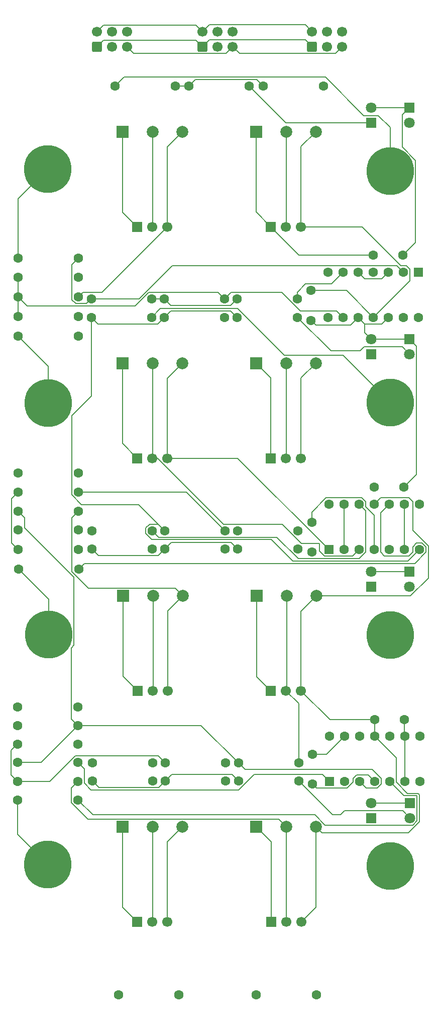
<source format=gbr>
%TF.GenerationSoftware,KiCad,Pcbnew,9.0.6*%
%TF.CreationDate,2026-01-20T20:27:34+11:00*%
%TF.ProjectId,attenuverter,61747465-6e75-4766-9572-7465722e6b69,rev?*%
%TF.SameCoordinates,Original*%
%TF.FileFunction,Copper,L1,Top*%
%TF.FilePolarity,Positive*%
%FSLAX46Y46*%
G04 Gerber Fmt 4.6, Leading zero omitted, Abs format (unit mm)*
G04 Created by KiCad (PCBNEW 9.0.6) date 2026-01-20 20:27:34*
%MOMM*%
%LPD*%
G01*
G04 APERTURE LIST*
G04 Aperture macros list*
%AMRoundRect*
0 Rectangle with rounded corners*
0 $1 Rounding radius*
0 $2 $3 $4 $5 $6 $7 $8 $9 X,Y pos of 4 corners*
0 Add a 4 corners polygon primitive as box body*
4,1,4,$2,$3,$4,$5,$6,$7,$8,$9,$2,$3,0*
0 Add four circle primitives for the rounded corners*
1,1,$1+$1,$2,$3*
1,1,$1+$1,$4,$5*
1,1,$1+$1,$6,$7*
1,1,$1+$1,$8,$9*
0 Add four rect primitives between the rounded corners*
20,1,$1+$1,$2,$3,$4,$5,0*
20,1,$1+$1,$4,$5,$6,$7,0*
20,1,$1+$1,$6,$7,$8,$9,0*
20,1,$1+$1,$8,$9,$2,$3,0*%
G04 Aperture macros list end*
%TA.AperFunction,ComponentPad*%
%ADD10C,1.600000*%
%TD*%
%TA.AperFunction,ComponentPad*%
%ADD11RoundRect,0.250000X-0.550000X0.550000X-0.550000X-0.550000X0.550000X-0.550000X0.550000X0.550000X0*%
%TD*%
%TA.AperFunction,ComponentPad*%
%ADD12R,2.000000X2.000000*%
%TD*%
%TA.AperFunction,ComponentPad*%
%ADD13C,2.000000*%
%TD*%
%TA.AperFunction,ComponentPad*%
%ADD14R,1.800000X1.800000*%
%TD*%
%TA.AperFunction,ComponentPad*%
%ADD15C,1.800000*%
%TD*%
%TA.AperFunction,ComponentPad*%
%ADD16RoundRect,0.250000X0.550000X-0.550000X0.550000X0.550000X-0.550000X0.550000X-0.550000X-0.550000X0*%
%TD*%
%TA.AperFunction,ComponentPad*%
%ADD17RoundRect,0.250000X0.600000X-0.600000X0.600000X0.600000X-0.600000X0.600000X-0.600000X-0.600000X0*%
%TD*%
%TA.AperFunction,ComponentPad*%
%ADD18C,1.700000*%
%TD*%
%TA.AperFunction,ComponentPad*%
%ADD19C,8.000000*%
%TD*%
%TA.AperFunction,ComponentPad*%
%ADD20R,1.700000X1.700000*%
%TD*%
%TA.AperFunction,Conductor*%
%ADD21C,0.200000*%
%TD*%
G04 APERTURE END LIST*
D10*
%TO.P,R16,2*%
%TO.N,Net-(R16-Pad2)*%
X32360000Y-135800000D03*
%TO.P,R16,1*%
%TO.N,Net-(U2C-+)*%
X22200000Y-135800000D03*
%TD*%
%TO.P,R30,1*%
%TO.N,Net-(D1-A)*%
X73780000Y-31300000D03*
%TO.P,R30,2*%
%TO.N,Net-(R29-Pad1)*%
X63620000Y-31300000D03*
%TD*%
%TO.P,C2,2*%
%TO.N,GND*%
X71700000Y-70700000D03*
%TO.P,C2,1*%
%TO.N,12V*%
X71700000Y-65700000D03*
%TD*%
%TO.P,R31,1*%
%TO.N,Net-(J7-Pin_1)*%
X38680000Y-31300000D03*
%TO.P,R31,2*%
%TO.N,Net-(R29-Pad1)*%
X48840000Y-31300000D03*
%TD*%
%TO.P,R29,1*%
%TO.N,Net-(R29-Pad1)*%
X51120000Y-31300000D03*
%TO.P,R29,2*%
%TO.N,Net-(D2-K)*%
X61280000Y-31300000D03*
%TD*%
%TO.P,U1,14*%
%TO.N,Net-(R10-Pad1)*%
X89815000Y-70210000D03*
%TO.P,U1,13,-*%
%TO.N,Net-(U1D--)*%
X87275000Y-70210000D03*
%TO.P,U1,12,+*%
%TO.N,GND*%
X84735000Y-70210000D03*
%TO.P,U1,11,V-*%
%TO.N,12V*%
X82195000Y-70210000D03*
%TO.P,U1,10,+*%
%TO.N,GND*%
X79655000Y-70210000D03*
%TO.P,U1,9,-*%
%TO.N,Net-(U1C--)*%
X77115000Y-70210000D03*
%TO.P,U1,8*%
%TO.N,Net-(R29-Pad1)*%
X74575000Y-70210000D03*
%TO.P,U1,7*%
%TO.N,Net-(J5-Pin_3)*%
X74575000Y-62590000D03*
%TO.P,U1,6,-*%
%TO.N,Net-(J5-Pin_2)*%
X77115000Y-62590000D03*
%TO.P,U1,5,+*%
%TO.N,GND*%
X79655000Y-62590000D03*
%TO.P,U1,4,V+*%
%TO.N,-12V*%
X82195000Y-62590000D03*
%TO.P,U1,3,+*%
%TO.N,GND*%
X84735000Y-62590000D03*
%TO.P,U1,2,-*%
%TO.N,Net-(U1A--)*%
X87275000Y-62590000D03*
D11*
%TO.P,U1,1*%
%TO.N,Net-(R2-Pad2)*%
X89815000Y-62590000D03*
%TD*%
D10*
%TO.P,R18,1*%
%TO.N,Net-(J13-Pin_3)*%
X32480000Y-102800000D03*
%TO.P,R18,2*%
%TO.N,Net-(U3A-+)*%
X22320000Y-102800000D03*
%TD*%
D12*
%TO.P,J10,1,Pin_1*%
%TO.N,-12V*%
X62428400Y-77900000D03*
D13*
%TO.P,J10,2,Pin_2*%
%TO.N,Net-(J10-Pin_2)*%
X67508400Y-77900000D03*
%TO.P,J10,3,Pin_3*%
%TO.N,12V*%
X72508400Y-77900000D03*
%TD*%
D10*
%TO.P,C6,1*%
%TO.N,12V*%
X82400000Y-137900000D03*
%TO.P,C6,2*%
%TO.N,GND*%
X87400000Y-137900000D03*
%TD*%
%TO.P,R7,1*%
%TO.N,Net-(U1C--)*%
X22300000Y-70100000D03*
%TO.P,R7,2*%
%TO.N,Net-(R29-Pad1)*%
X32460000Y-70100000D03*
%TD*%
%TO.P,R26,1*%
%TO.N,Net-(R23-Pad2)*%
X72580000Y-184200000D03*
%TO.P,R26,2*%
%TO.N,Net-(U3D-+)*%
X62420000Y-184200000D03*
%TD*%
%TO.P,R27,1*%
%TO.N,Net-(U3D-+)*%
X22220000Y-148255600D03*
%TO.P,R27,2*%
%TO.N,Net-(J18-Pin_2)*%
X32380000Y-148255600D03*
%TD*%
%TO.P,R5,1*%
%TO.N,Net-(U1C--)*%
X22300000Y-63500000D03*
%TO.P,R5,2*%
%TO.N,Net-(J6-Pin_2)*%
X32460000Y-63500000D03*
%TD*%
%TO.P,R13,1*%
%TO.N,Net-(U2B-+)*%
X69500000Y-106100000D03*
%TO.P,R13,2*%
%TO.N,Net-(J10-Pin_2)*%
X59340000Y-106100000D03*
%TD*%
%TO.P,R20,1*%
%TO.N,Net-(U3A-+)*%
X59440000Y-145200000D03*
%TO.P,R20,2*%
%TO.N,Net-(J14-Pin_2)*%
X69600000Y-145200000D03*
%TD*%
D14*
%TO.P,D1,1,K*%
%TO.N,GND*%
X88236400Y-34899681D03*
D15*
%TO.P,D1,2,A*%
%TO.N,Net-(D1-A)*%
X88236400Y-37439681D03*
%TD*%
D10*
%TO.P,C1,1*%
%TO.N,GND*%
X87200000Y-59700000D03*
%TO.P,C1,2*%
%TO.N,-12V*%
X82200000Y-59700000D03*
%TD*%
%TO.P,R19,1*%
%TO.N,Net-(R16-Pad2)*%
X22200000Y-138900000D03*
%TO.P,R19,2*%
%TO.N,Net-(U3A-+)*%
X32360000Y-138900000D03*
%TD*%
D16*
%TO.P,U2,1*%
%TO.N,Net-(J9-Pin_3)*%
X74700000Y-109255600D03*
D10*
%TO.P,U2,2,-*%
%TO.N,GND*%
X77240000Y-109255600D03*
%TO.P,U2,3,+*%
%TO.N,Net-(J9-Pin_2)*%
X79780000Y-109255600D03*
%TO.P,U2,4,V+*%
%TO.N,-12V*%
X82320000Y-109255600D03*
%TO.P,U2,5,+*%
%TO.N,Net-(U2B-+)*%
X84860000Y-109255600D03*
%TO.P,U2,6,-*%
%TO.N,GND*%
X87400000Y-109255600D03*
%TO.P,U2,7*%
%TO.N,Net-(R14-Pad2)*%
X89940000Y-109255600D03*
%TO.P,U2,8*%
%TO.N,Net-(R16-Pad2)*%
X89940000Y-101635600D03*
%TO.P,U2,9,-*%
%TO.N,GND*%
X87400000Y-101635600D03*
%TO.P,U2,10,+*%
%TO.N,Net-(U2C-+)*%
X84860000Y-101635600D03*
%TO.P,U2,11,V-*%
%TO.N,12V*%
X82320000Y-101635600D03*
%TO.P,U2,12,+*%
%TO.N,Net-(J13-Pin_2)*%
X79780000Y-101635600D03*
%TO.P,U2,13,-*%
%TO.N,GND*%
X77240000Y-101635600D03*
%TO.P,U2,14*%
%TO.N,Net-(J13-Pin_3)*%
X74700000Y-101635600D03*
%TD*%
%TO.P,R23,1*%
%TO.N,Net-(U3B-+)*%
X39240000Y-184200000D03*
%TO.P,R23,2*%
%TO.N,Net-(R23-Pad2)*%
X49400000Y-184200000D03*
%TD*%
D14*
%TO.P,D7,1,K*%
%TO.N,GND*%
X88330800Y-151894000D03*
D15*
%TO.P,D7,2,A*%
%TO.N,Net-(D7-A)*%
X88330800Y-154434000D03*
%TD*%
D14*
%TO.P,D8,1,K*%
%TO.N,Net-(D8-K)*%
X81828400Y-154439000D03*
D15*
%TO.P,D8,2,A*%
%TO.N,GND*%
X81828400Y-151899000D03*
%TD*%
D10*
%TO.P,R39,1*%
%TO.N,Net-(R28-Pad2)*%
X47140000Y-148200000D03*
%TO.P,R39,2*%
%TO.N,Net-(D8-K)*%
X57300000Y-148200000D03*
%TD*%
D17*
%TO.P,J2,1,Pin_1*%
%TO.N,12V*%
X53386000Y-24646800D03*
D18*
%TO.P,J2,2,Pin_2*%
%TO.N,-12V*%
X53386000Y-22106800D03*
%TO.P,J2,3,Pin_3*%
%TO.N,GND*%
X55926000Y-24646800D03*
%TO.P,J2,4,Pin_4*%
X55926000Y-22106800D03*
%TO.P,J2,5,Pin_5*%
%TO.N,5V*%
X58466000Y-24646800D03*
%TO.P,J2,6,Pin_6*%
%TO.N,unconnected-(J2-Pin_6-Pad6)*%
X58466000Y-22106800D03*
%TD*%
D19*
%TO.P,J19,1,Pin_1*%
%TO.N,Net-(J19-Pin_1)*%
X85079600Y-162536138D03*
%TD*%
D10*
%TO.P,R6,1*%
%TO.N,Net-(R2-Pad2)*%
X46920000Y-67100000D03*
%TO.P,R6,2*%
%TO.N,Net-(U1C--)*%
X57080000Y-67100000D03*
%TD*%
%TO.P,R22,1*%
%TO.N,Net-(J16-Pin_1)*%
X22200000Y-151386000D03*
%TO.P,R22,2*%
%TO.N,Net-(U3B-+)*%
X32360000Y-151386000D03*
%TD*%
D20*
%TO.P,RV4,1,1*%
%TO.N,-12V*%
X64928400Y-93900000D03*
D18*
%TO.P,RV4,2,2*%
%TO.N,Net-(J10-Pin_2)*%
X67468400Y-93900000D03*
%TO.P,RV4,3,3*%
%TO.N,12V*%
X70008400Y-93900000D03*
%TD*%
D10*
%TO.P,C3,1*%
%TO.N,GND*%
X71800000Y-109700000D03*
%TO.P,C3,2*%
%TO.N,-12V*%
X71800000Y-104700000D03*
%TD*%
D14*
%TO.P,D6,1,K*%
%TO.N,Net-(D6-K)*%
X81795200Y-115535200D03*
D15*
%TO.P,D6,2,A*%
%TO.N,GND*%
X81795200Y-112995200D03*
%TD*%
D19*
%TO.P,J15,1,Pin_1*%
%TO.N,Net-(J15-Pin_1)*%
X85048109Y-123652826D03*
%TD*%
D10*
%TO.P,R32,1*%
%TO.N,Net-(D3-A)*%
X69400000Y-70200000D03*
%TO.P,R32,2*%
%TO.N,Net-(R14-Pad2)*%
X59240000Y-70200000D03*
%TD*%
D17*
%TO.P,J1,1,Pin_1*%
%TO.N,12V*%
X35560000Y-24700000D03*
D18*
%TO.P,J1,2,Pin_2*%
%TO.N,-12V*%
X35560000Y-22160000D03*
%TO.P,J1,3,Pin_3*%
%TO.N,GND*%
X38100000Y-24700000D03*
%TO.P,J1,4,Pin_4*%
X38100000Y-22160000D03*
%TO.P,J1,5,Pin_5*%
%TO.N,5V*%
X40640000Y-24700000D03*
%TO.P,J1,6,Pin_6*%
%TO.N,unconnected-(J1-Pin_6-Pad6)*%
X40640000Y-22160000D03*
%TD*%
D19*
%TO.P,J7,1,Pin_1*%
%TO.N,Net-(J7-Pin_1)*%
X85007313Y-45573630D03*
%TD*%
D10*
%TO.P,R2,1*%
%TO.N,Net-(U1A--)*%
X34640000Y-67100000D03*
%TO.P,R2,2*%
%TO.N,Net-(R2-Pad2)*%
X44800000Y-67100000D03*
%TD*%
D14*
%TO.P,D4,1,K*%
%TO.N,Net-(D4-K)*%
X81806800Y-76380800D03*
D15*
%TO.P,D4,2,A*%
%TO.N,GND*%
X81806800Y-73840800D03*
%TD*%
D19*
%TO.P,J16,1,Pin_1*%
%TO.N,Net-(J16-Pin_1)*%
X27320000Y-162282138D03*
%TD*%
D20*
%TO.P,RV5,1,1*%
%TO.N,unconnected-(J13-Pin_1-Pad1)*%
X42478400Y-133055600D03*
D18*
%TO.P,RV5,2,2*%
%TO.N,Net-(J13-Pin_2)*%
X45018400Y-133055600D03*
%TO.P,RV5,3,3*%
%TO.N,Net-(J13-Pin_3)*%
X47558400Y-133055600D03*
%TD*%
D12*
%TO.P,J18,1,Pin_1*%
%TO.N,-12V*%
X62450000Y-155955600D03*
D13*
%TO.P,J18,2,Pin_2*%
%TO.N,Net-(J18-Pin_2)*%
X67530000Y-155955600D03*
%TO.P,J18,3,Pin_3*%
%TO.N,12V*%
X72530000Y-155955600D03*
%TD*%
D10*
%TO.P,R38,1*%
%TO.N,Net-(D7-A)*%
X69600000Y-148200000D03*
%TO.P,R38,2*%
%TO.N,Net-(R28-Pad2)*%
X59440000Y-148200000D03*
%TD*%
%TO.P,R11,1*%
%TO.N,Net-(J9-Pin_3)*%
X32480000Y-106000000D03*
%TO.P,R11,2*%
%TO.N,Net-(U2B-+)*%
X22320000Y-106000000D03*
%TD*%
D20*
%TO.P,RV8,1,1*%
%TO.N,-12V*%
X64950000Y-171955600D03*
D18*
%TO.P,RV8,2,2*%
%TO.N,Net-(J18-Pin_2)*%
X67490000Y-171955600D03*
%TO.P,RV8,3,3*%
%TO.N,12V*%
X70030000Y-171955600D03*
%TD*%
D17*
%TO.P,J3,1,Pin_1*%
%TO.N,12V*%
X71860000Y-24646800D03*
D18*
%TO.P,J3,2,Pin_2*%
%TO.N,-12V*%
X71860000Y-22106800D03*
%TO.P,J3,3,Pin_3*%
%TO.N,GND*%
X74400000Y-24646800D03*
%TO.P,J3,4,Pin_4*%
X74400000Y-22106800D03*
%TO.P,J3,5,Pin_5*%
%TO.N,5V*%
X76940000Y-24646800D03*
%TO.P,J3,6,Pin_6*%
%TO.N,unconnected-(J3-Pin_6-Pad6)*%
X76940000Y-22106800D03*
%TD*%
D20*
%TO.P,RV6,1,1*%
%TO.N,-12V*%
X64918400Y-133055600D03*
D18*
%TO.P,RV6,2,2*%
%TO.N,Net-(J14-Pin_2)*%
X67458400Y-133055600D03*
%TO.P,RV6,3,3*%
%TO.N,12V*%
X69998400Y-133055600D03*
%TD*%
D19*
%TO.P,J8,1,Pin_1*%
%TO.N,Net-(J8-Pin_1)*%
X27349200Y-84661200D03*
%TD*%
D10*
%TO.P,R9,1*%
%TO.N,Net-(U1D--)*%
X22300000Y-96400000D03*
%TO.P,R9,2*%
%TO.N,Net-(R10-Pad1)*%
X32460000Y-96400000D03*
%TD*%
D19*
%TO.P,J4,1,Pin_1*%
%TO.N,Net-(J4-Pin_1)*%
X27276400Y-45270648D03*
%TD*%
D12*
%TO.P,J14,1,Pin_1*%
%TO.N,-12V*%
X62518400Y-117055600D03*
D13*
%TO.P,J14,2,Pin_2*%
%TO.N,Net-(J14-Pin_2)*%
X67598400Y-117055600D03*
%TO.P,J14,3,Pin_3*%
%TO.N,12V*%
X72598400Y-117055600D03*
%TD*%
D10*
%TO.P,R33,1*%
%TO.N,Net-(R14-Pad2)*%
X46940000Y-70200000D03*
%TO.P,R33,2*%
%TO.N,Net-(D4-K)*%
X57100000Y-70200000D03*
%TD*%
D16*
%TO.P,U3,1*%
%TO.N,Net-(R21-Pad2)*%
X74760000Y-148275600D03*
D10*
%TO.P,U3,2,-*%
%TO.N,GND*%
X77300000Y-148275600D03*
%TO.P,U3,3,+*%
%TO.N,Net-(U3A-+)*%
X79840000Y-148275600D03*
%TO.P,U3,4,V+*%
%TO.N,-12V*%
X82380000Y-148275600D03*
%TO.P,U3,5,+*%
%TO.N,Net-(U3B-+)*%
X84920000Y-148275600D03*
%TO.P,U3,6,-*%
%TO.N,GND*%
X87460000Y-148275600D03*
%TO.P,U3,7*%
%TO.N,Net-(R23-Pad2)*%
X90000000Y-148275600D03*
%TO.P,U3,8*%
%TO.N,Net-(J17-Pin_3)*%
X90000000Y-140655600D03*
%TO.P,U3,9,-*%
%TO.N,GND*%
X87460000Y-140655600D03*
%TO.P,U3,10,+*%
%TO.N,Net-(J17-Pin_2)*%
X84920000Y-140655600D03*
%TO.P,U3,11,V-*%
%TO.N,12V*%
X82380000Y-140655600D03*
%TO.P,U3,12,+*%
%TO.N,Net-(U3D-+)*%
X79840000Y-140655600D03*
%TO.P,U3,13,-*%
%TO.N,GND*%
X77300000Y-140655600D03*
%TO.P,U3,14*%
%TO.N,Net-(R28-Pad2)*%
X74760000Y-140655600D03*
%TD*%
%TO.P,R24,1*%
%TO.N,Net-(R23-Pad2)*%
X34800000Y-145200000D03*
%TO.P,R24,2*%
%TO.N,Net-(J17-Pin_2)*%
X44960000Y-145200000D03*
%TD*%
D12*
%TO.P,J5,1,Pin_1*%
%TO.N,unconnected-(J5-Pin_1-Pad1)*%
X39906400Y-38965448D03*
D13*
%TO.P,J5,2,Pin_2*%
%TO.N,Net-(J5-Pin_2)*%
X44986400Y-38965448D03*
%TO.P,J5,3,Pin_3*%
%TO.N,Net-(J5-Pin_3)*%
X49986400Y-38965448D03*
%TD*%
D20*
%TO.P,RV1,1,1*%
%TO.N,unconnected-(J5-Pin_1-Pad1)*%
X42366400Y-54965448D03*
D18*
%TO.P,RV1,2,2*%
%TO.N,Net-(J5-Pin_2)*%
X44906400Y-54965448D03*
%TO.P,RV1,3,3*%
%TO.N,Net-(J5-Pin_3)*%
X47446400Y-54965448D03*
%TD*%
D10*
%TO.P,R10,1*%
%TO.N,Net-(R10-Pad1)*%
X22340000Y-109255600D03*
%TO.P,R10,2*%
%TO.N,Net-(J9-Pin_2)*%
X32500000Y-109255600D03*
%TD*%
%TO.P,R8,1*%
%TO.N,Net-(J8-Pin_1)*%
X22320000Y-73383600D03*
%TO.P,R8,2*%
%TO.N,Net-(U1D--)*%
X32480000Y-73383600D03*
%TD*%
%TO.P,R25,1*%
%TO.N,Net-(J17-Pin_3)*%
X57280000Y-145200000D03*
%TO.P,R25,2*%
%TO.N,Net-(U3D-+)*%
X47120000Y-145200000D03*
%TD*%
%TO.P,R3,1*%
%TO.N,Net-(R2-Pad2)*%
X59240000Y-67100000D03*
%TO.P,R3,2*%
%TO.N,Net-(J5-Pin_2)*%
X69400000Y-67100000D03*
%TD*%
D20*
%TO.P,RV7,1,1*%
%TO.N,unconnected-(J17-Pin_1-Pad1)*%
X42410000Y-171955600D03*
D18*
%TO.P,RV7,2,2*%
%TO.N,Net-(J17-Pin_2)*%
X44950000Y-171955600D03*
%TO.P,RV7,3,3*%
%TO.N,Net-(J17-Pin_3)*%
X47490000Y-171955600D03*
%TD*%
D10*
%TO.P,R17,1*%
%TO.N,Net-(R16-Pad2)*%
X34740000Y-106100000D03*
%TO.P,R17,2*%
%TO.N,Net-(J13-Pin_2)*%
X44900000Y-106100000D03*
%TD*%
%TO.P,R12,1*%
%TO.N,Net-(R10-Pad1)*%
X22300000Y-99600000D03*
%TO.P,R12,2*%
%TO.N,Net-(U2B-+)*%
X32460000Y-99600000D03*
%TD*%
D20*
%TO.P,RV2,1,1*%
%TO.N,-12V*%
X64906400Y-54965448D03*
D18*
%TO.P,RV2,2,2*%
%TO.N,Net-(J6-Pin_2)*%
X67446400Y-54965448D03*
%TO.P,RV2,3,3*%
%TO.N,12V*%
X69986400Y-54965448D03*
%TD*%
D10*
%TO.P,R21,1*%
%TO.N,Net-(U3A-+)*%
X22220000Y-145100000D03*
%TO.P,R21,2*%
%TO.N,Net-(R21-Pad2)*%
X32380000Y-145100000D03*
%TD*%
%TO.P,R4,1*%
%TO.N,Net-(J5-Pin_3)*%
X32460000Y-66800000D03*
%TO.P,R4,2*%
%TO.N,Net-(U1C--)*%
X22300000Y-66800000D03*
%TD*%
%TO.P,C5,1*%
%TO.N,GND*%
X71900000Y-143700000D03*
%TO.P,C5,2*%
%TO.N,-12V*%
X71900000Y-148700000D03*
%TD*%
%TO.P,R40,1*%
%TO.N,Net-(J19-Pin_1)*%
X44960000Y-148200000D03*
%TO.P,R40,2*%
%TO.N,Net-(R28-Pad2)*%
X34800000Y-148200000D03*
%TD*%
%TO.P,R34,1*%
%TO.N,Net-(J11-Pin_1)*%
X44800000Y-70200000D03*
%TO.P,R34,2*%
%TO.N,Net-(R14-Pad2)*%
X34640000Y-70200000D03*
%TD*%
%TO.P,R36,1*%
%TO.N,Net-(R21-Pad2)*%
X47040000Y-109200000D03*
%TO.P,R36,2*%
%TO.N,Net-(D6-K)*%
X57200000Y-109200000D03*
%TD*%
%TO.P,R1,1*%
%TO.N,Net-(J4-Pin_1)*%
X22320000Y-60200000D03*
%TO.P,R1,2*%
%TO.N,Net-(U1A--)*%
X32480000Y-60200000D03*
%TD*%
D19*
%TO.P,J11,1,Pin_1*%
%TO.N,Net-(J11-Pin_1)*%
X85007200Y-84559600D03*
%TD*%
D10*
%TO.P,R15,1*%
%TO.N,Net-(J12-Pin_1)*%
X22359200Y-112538000D03*
%TO.P,R15,2*%
%TO.N,Net-(U2C-+)*%
X32519200Y-112538000D03*
%TD*%
%TO.P,R35,1*%
%TO.N,Net-(D5-A)*%
X69480000Y-109200000D03*
%TO.P,R35,2*%
%TO.N,Net-(R21-Pad2)*%
X59320000Y-109200000D03*
%TD*%
%TO.P,R37,1*%
%TO.N,Net-(J15-Pin_1)*%
X44880000Y-109200000D03*
%TO.P,R37,2*%
%TO.N,Net-(R21-Pad2)*%
X34720000Y-109200000D03*
%TD*%
D12*
%TO.P,J13,1,Pin_1*%
%TO.N,unconnected-(J13-Pin_1-Pad1)*%
X40018400Y-117055600D03*
D13*
%TO.P,J13,2,Pin_2*%
%TO.N,Net-(J13-Pin_2)*%
X45098400Y-117055600D03*
%TO.P,J13,3,Pin_3*%
%TO.N,Net-(J13-Pin_3)*%
X50098400Y-117055600D03*
%TD*%
D19*
%TO.P,J12,1,Pin_1*%
%TO.N,Net-(J12-Pin_1)*%
X27439200Y-123561600D03*
%TD*%
D10*
%TO.P,C4,1*%
%TO.N,12V*%
X82300000Y-98800000D03*
%TO.P,C4,2*%
%TO.N,GND*%
X87300000Y-98800000D03*
%TD*%
D20*
%TO.P,RV3,1,1*%
%TO.N,unconnected-(J9-Pin_1-Pad1)*%
X42388400Y-93900000D03*
D18*
%TO.P,RV3,2,2*%
%TO.N,Net-(J9-Pin_2)*%
X44928400Y-93900000D03*
%TO.P,RV3,3,3*%
%TO.N,Net-(J9-Pin_3)*%
X47468400Y-93900000D03*
%TD*%
D12*
%TO.P,J9,1,Pin_1*%
%TO.N,unconnected-(J9-Pin_1-Pad1)*%
X39928400Y-77900000D03*
D13*
%TO.P,J9,2,Pin_2*%
%TO.N,Net-(J9-Pin_2)*%
X45008400Y-77900000D03*
%TO.P,J9,3,Pin_3*%
%TO.N,Net-(J9-Pin_3)*%
X50008400Y-77900000D03*
%TD*%
D12*
%TO.P,J6,1,Pin_1*%
%TO.N,-12V*%
X62406400Y-38965448D03*
D13*
%TO.P,J6,2,Pin_2*%
%TO.N,Net-(J6-Pin_2)*%
X67486400Y-38965448D03*
%TO.P,J6,3,Pin_3*%
%TO.N,12V*%
X72486400Y-38965448D03*
%TD*%
D12*
%TO.P,J17,1,Pin_1*%
%TO.N,unconnected-(J17-Pin_1-Pad1)*%
X39950000Y-155955600D03*
D13*
%TO.P,J17,2,Pin_2*%
%TO.N,Net-(J17-Pin_2)*%
X45030000Y-155955600D03*
%TO.P,J17,3,Pin_3*%
%TO.N,Net-(J17-Pin_3)*%
X50030000Y-155955600D03*
%TD*%
D14*
%TO.P,D5,1,K*%
%TO.N,GND*%
X88275126Y-112995200D03*
D15*
%TO.P,D5,2,A*%
%TO.N,Net-(D5-A)*%
X88275126Y-115535200D03*
%TD*%
D10*
%TO.P,R14,1*%
%TO.N,Net-(U2B-+)*%
X57200000Y-106100000D03*
%TO.P,R14,2*%
%TO.N,Net-(R14-Pad2)*%
X47040000Y-106100000D03*
%TD*%
D14*
%TO.P,D3,1,K*%
%TO.N,GND*%
X88258400Y-73840800D03*
D15*
%TO.P,D3,2,A*%
%TO.N,Net-(D3-A)*%
X88258400Y-76380800D03*
%TD*%
D10*
%TO.P,R28,1*%
%TO.N,Net-(U3D-+)*%
X22200000Y-142000000D03*
%TO.P,R28,2*%
%TO.N,Net-(R28-Pad2)*%
X32360000Y-142000000D03*
%TD*%
D14*
%TO.P,D2,1,K*%
%TO.N,Net-(D2-K)*%
X81784800Y-37447448D03*
D15*
%TO.P,D2,2,A*%
%TO.N,GND*%
X81784800Y-34907448D03*
%TD*%
D21*
%TO.N,Net-(J7-Pin_1)*%
X38680000Y-31300000D02*
X40182000Y-29798000D01*
X40182000Y-29798000D02*
X74135352Y-29798000D01*
X74135352Y-29798000D02*
X80583800Y-36246448D01*
X80583800Y-36246448D02*
X82985800Y-36246448D01*
X82985800Y-36246448D02*
X85007313Y-38267961D01*
X85007313Y-38267961D02*
X85007313Y-45573630D01*
%TO.N,Net-(R29-Pad1)*%
X51120000Y-31300000D02*
X48840000Y-31300000D01*
X63620000Y-31300000D02*
X62519000Y-30199000D01*
X62519000Y-30199000D02*
X52221000Y-30199000D01*
X52221000Y-30199000D02*
X51120000Y-31300000D01*
%TO.N,Net-(D2-K)*%
X81784800Y-37447448D02*
X67427448Y-37447448D01*
X67427448Y-37447448D02*
X61280000Y-31300000D01*
%TO.N,12V*%
X82380000Y-140655600D02*
X86021000Y-144296600D01*
X89697900Y-150292000D02*
X89932800Y-150526900D01*
X86021000Y-144296600D02*
X86021000Y-148393650D01*
X86021000Y-148393650D02*
X87919350Y-150292000D01*
X87919350Y-150292000D02*
X89697900Y-150292000D01*
X89932800Y-150526900D02*
X89932800Y-155097571D01*
X89932800Y-155097571D02*
X88074771Y-156955600D01*
X88074771Y-156955600D02*
X73530000Y-156955600D01*
X73530000Y-156955600D02*
X72530000Y-155955600D01*
%TO.N,GND*%
X77300000Y-140655600D02*
X74255600Y-143700000D01*
X74255600Y-143700000D02*
X71900000Y-143700000D01*
X87460000Y-140655600D02*
X87460000Y-148275600D01*
X87400000Y-137900000D02*
X87400000Y-140595600D01*
X87400000Y-140595600D02*
X87460000Y-140655600D01*
%TO.N,12V*%
X69998400Y-133055600D02*
X74842800Y-137900000D01*
X74842800Y-137900000D02*
X82400000Y-137900000D01*
%TO.N,Net-(J14-Pin_2)*%
X67458400Y-133055600D02*
X69600000Y-135197200D01*
X69600000Y-135197200D02*
X69600000Y-145200000D01*
%TO.N,12V*%
X82400000Y-137900000D02*
X82400000Y-140635600D01*
X82400000Y-140635600D02*
X82380000Y-140655600D01*
%TO.N,Net-(J18-Pin_2)*%
X32380000Y-148255600D02*
X31259000Y-149376600D01*
X31259000Y-149376600D02*
X31259000Y-151842050D01*
X31259000Y-151842050D02*
X34071550Y-154654600D01*
X34071550Y-154654600D02*
X66229000Y-154654600D01*
X66229000Y-154654600D02*
X67530000Y-155955600D01*
%TO.N,Net-(U3A-+)*%
X59440000Y-145200000D02*
X53140000Y-138900000D01*
X53140000Y-138900000D02*
X32360000Y-138900000D01*
%TO.N,Net-(U3D-+)*%
X22220000Y-148255600D02*
X27667350Y-148255600D01*
X27667350Y-148255600D02*
X31923950Y-143999000D01*
X31923950Y-143999000D02*
X45919000Y-143999000D01*
X45919000Y-143999000D02*
X47120000Y-145200000D01*
X22200000Y-142000000D02*
X21119000Y-143081000D01*
X21119000Y-143081000D02*
X21119000Y-147154600D01*
X21119000Y-147154600D02*
X22220000Y-148255600D01*
%TO.N,Net-(U3A-+)*%
X22220000Y-145100000D02*
X26160000Y-145100000D01*
X26160000Y-145100000D02*
X32360000Y-138900000D01*
%TO.N,Net-(U3B-+)*%
X84920000Y-148275600D02*
X87337400Y-150693000D01*
X87337400Y-150693000D02*
X89531800Y-150693000D01*
X74054292Y-155640000D02*
X72320892Y-153906600D01*
X89531800Y-150693000D02*
X89531800Y-154931471D01*
X89531800Y-154931471D02*
X88823271Y-155640000D01*
X88823271Y-155640000D02*
X74054292Y-155640000D01*
X72320892Y-153906600D02*
X34880600Y-153906600D01*
X34880600Y-153906600D02*
X32360000Y-151386000D01*
%TO.N,Net-(U3A-+)*%
X80941000Y-149376600D02*
X82836050Y-149376600D01*
X82836050Y-149376600D02*
X83481000Y-148731650D01*
X83481000Y-148731650D02*
X83481000Y-147819550D01*
X83481000Y-147819550D02*
X81962450Y-146301000D01*
X81962450Y-146301000D02*
X60541000Y-146301000D01*
%TO.N,-12V*%
X82380000Y-148275600D02*
X81279000Y-147174600D01*
X81279000Y-147174600D02*
X79383950Y-147174600D01*
X79383950Y-147174600D02*
X78739000Y-147819550D01*
X72576600Y-149376600D02*
X71900000Y-148700000D01*
X78739000Y-147819550D02*
X78739000Y-148393650D01*
X78739000Y-148393650D02*
X77756050Y-149376600D01*
X77756050Y-149376600D02*
X72576600Y-149376600D01*
%TO.N,Net-(R21-Pad2)*%
X74760000Y-148275600D02*
X73583400Y-147099000D01*
X73583400Y-147099000D02*
X62098050Y-147099000D01*
X62098050Y-147099000D02*
X59495050Y-149702000D01*
X59495050Y-149702000D02*
X34602000Y-149702000D01*
X34602000Y-149702000D02*
X33481000Y-148581000D01*
X33481000Y-148581000D02*
X33481000Y-146201000D01*
X33481000Y-146201000D02*
X32380000Y-145100000D01*
%TO.N,Net-(U3A-+)*%
X59440000Y-145200000D02*
X60541000Y-146301000D01*
X80941000Y-149376600D02*
X79840000Y-148275600D01*
%TO.N,Net-(D7-A)*%
X69600000Y-148200000D02*
X75306600Y-153906600D01*
X75306600Y-153906600D02*
X76641024Y-153906600D01*
X76641024Y-153906600D02*
X77309624Y-153238000D01*
X87134800Y-153238000D02*
X88330800Y-154434000D01*
X77309624Y-153238000D02*
X87134800Y-153238000D01*
%TO.N,Net-(R28-Pad2)*%
X47140000Y-148200000D02*
X48241000Y-147099000D01*
X48241000Y-147099000D02*
X58339000Y-147099000D01*
X58339000Y-147099000D02*
X59440000Y-148200000D01*
X47140000Y-148200000D02*
X46039000Y-149301000D01*
X46039000Y-149301000D02*
X35901000Y-149301000D01*
X35901000Y-149301000D02*
X34800000Y-148200000D01*
%TO.N,unconnected-(J13-Pin_1-Pad1)*%
X40018400Y-117055600D02*
X40018400Y-130595600D01*
X40018400Y-130595600D02*
X42478400Y-133055600D01*
%TO.N,Net-(J13-Pin_2)*%
X45098400Y-117055600D02*
X45098400Y-132975600D01*
X45098400Y-132975600D02*
X45018400Y-133055600D01*
%TO.N,Net-(J13-Pin_3)*%
X50098400Y-117055600D02*
X47558400Y-119595600D01*
X47558400Y-119595600D02*
X47558400Y-133055600D01*
%TO.N,-12V*%
X62518400Y-117055600D02*
X62518400Y-130655600D01*
X62518400Y-130655600D02*
X64918400Y-133055600D01*
%TO.N,Net-(J14-Pin_2)*%
X67598400Y-117055600D02*
X67598400Y-132915600D01*
X67598400Y-132915600D02*
X67458400Y-133055600D01*
%TO.N,12V*%
X72598400Y-117055600D02*
X69998400Y-119655600D01*
X69998400Y-119655600D02*
X69998400Y-133055600D01*
%TO.N,Net-(R10-Pad1)*%
X22300000Y-99600000D02*
X21219000Y-100681000D01*
X21219000Y-100681000D02*
X21219000Y-108134600D01*
X21219000Y-108134600D02*
X22340000Y-109255600D01*
%TO.N,Net-(U3A-+)*%
X32360000Y-138900000D02*
X31259000Y-137799000D01*
X31259000Y-137799000D02*
X31259000Y-125824333D01*
X23421000Y-105621000D02*
X23421000Y-103901000D01*
X31259000Y-125824333D02*
X31740200Y-125343133D01*
X31740200Y-125343133D02*
X31740200Y-113940200D01*
X31740200Y-113940200D02*
X23421000Y-105621000D01*
X23421000Y-103901000D02*
X22320000Y-102800000D01*
%TO.N,Net-(J13-Pin_3)*%
X32480000Y-102800000D02*
X31379000Y-103901000D01*
X31379000Y-103901000D02*
X31379000Y-112954850D01*
X31379000Y-112954850D02*
X34178750Y-115754600D01*
X34178750Y-115754600D02*
X48797400Y-115754600D01*
X48797400Y-115754600D02*
X50098400Y-117055600D01*
%TO.N,Net-(R21-Pad2)*%
X34720000Y-109200000D02*
X35821000Y-110301000D01*
X35821000Y-110301000D02*
X45939000Y-110301000D01*
X45939000Y-110301000D02*
X47040000Y-109200000D01*
%TO.N,GND*%
X77240000Y-101635600D02*
X77240000Y-109255600D01*
%TO.N,-12V*%
X82320000Y-109255600D02*
X82320000Y-103530650D01*
X71800000Y-102978550D02*
X71800000Y-104700000D01*
X82320000Y-103530650D02*
X80881000Y-102091650D01*
X80881000Y-102091650D02*
X80881000Y-101179550D01*
X80881000Y-101179550D02*
X80236050Y-100534600D01*
X80236050Y-100534600D02*
X74243950Y-100534600D01*
X74243950Y-100534600D02*
X71800000Y-102978550D01*
%TO.N,12V*%
X82320000Y-101635600D02*
X83421000Y-100534600D01*
X88839000Y-101179550D02*
X88839000Y-106030450D01*
X83421000Y-100534600D02*
X88194050Y-100534600D01*
X88194050Y-100534600D02*
X88839000Y-101179550D01*
X88839000Y-106030450D02*
X91442000Y-108633450D01*
X91442000Y-108633450D02*
X91442000Y-114066797D01*
X91442000Y-114066797D02*
X88453197Y-117055600D01*
X88453197Y-117055600D02*
X72598400Y-117055600D01*
%TO.N,Net-(U2C-+)*%
X84860000Y-101635600D02*
X83421000Y-103074600D01*
X83421000Y-103074600D02*
X83421000Y-109711650D01*
X88839000Y-109711650D02*
X88839000Y-108799550D01*
X83421000Y-109711650D02*
X84065950Y-110356600D01*
X84065950Y-110356600D02*
X88194050Y-110356600D01*
X88194050Y-110356600D02*
X88839000Y-109711650D01*
X88839000Y-108799550D02*
X89483950Y-108154600D01*
X89483950Y-108154600D02*
X90396050Y-108154600D01*
X90396050Y-108154600D02*
X91041000Y-108799550D01*
X91041000Y-108799550D02*
X91041000Y-109711650D01*
X91041000Y-109711650D02*
X89149650Y-111603000D01*
X89149650Y-111603000D02*
X33454200Y-111603000D01*
X33454200Y-111603000D02*
X32519200Y-112538000D01*
%TO.N,Net-(R14-Pad2)*%
X47040000Y-106100000D02*
X45939000Y-104999000D01*
X45939000Y-104999000D02*
X44443950Y-104999000D01*
X44443950Y-104999000D02*
X43799000Y-105643950D01*
X43799000Y-106556050D02*
X44844950Y-107602000D01*
X87993600Y-111202000D02*
X89940000Y-109255600D01*
X43799000Y-105643950D02*
X43799000Y-106556050D01*
X64984692Y-107602000D02*
X68584692Y-111202000D01*
X68584692Y-111202000D02*
X87993600Y-111202000D01*
X44844950Y-107602000D02*
X64984692Y-107602000D01*
%TO.N,Net-(J13-Pin_2)*%
X44900000Y-106100000D02*
X46001000Y-107201000D01*
X46001000Y-107201000D02*
X65923950Y-107201000D01*
X65923950Y-107201000D02*
X69523950Y-110801000D01*
X69523950Y-110801000D02*
X79791650Y-110801000D01*
X80881000Y-102736600D02*
X79780000Y-101635600D01*
X79791650Y-110801000D02*
X80881000Y-109711650D01*
X80881000Y-109711650D02*
X80881000Y-102736600D01*
%TO.N,Net-(J9-Pin_2)*%
X44928400Y-93900000D02*
X45840640Y-93900000D01*
X66841950Y-104999000D02*
X70054300Y-108211350D01*
X45840640Y-93900000D02*
X56939640Y-104999000D01*
X56939640Y-104999000D02*
X66841950Y-104999000D01*
X70054300Y-108211350D02*
X73088650Y-108211350D01*
X73088650Y-108211350D02*
X73088650Y-109530410D01*
X73088650Y-109530410D02*
X73914840Y-110356600D01*
X73914840Y-110356600D02*
X78679000Y-110356600D01*
X78679000Y-110356600D02*
X79780000Y-109255600D01*
%TO.N,Net-(J9-Pin_3)*%
X74700000Y-109255600D02*
X59344400Y-93900000D01*
X59344400Y-93900000D02*
X47468400Y-93900000D01*
%TO.N,Net-(R14-Pad2)*%
X47040000Y-106100000D02*
X42639000Y-101699000D01*
X42639000Y-101699000D02*
X33001950Y-101699000D01*
X33001950Y-101699000D02*
X31359000Y-100056050D01*
X31359000Y-100056050D02*
X31359000Y-86733933D01*
X31359000Y-86733933D02*
X34640000Y-83452933D01*
X34640000Y-83452933D02*
X34640000Y-70200000D01*
%TO.N,GND*%
X87400000Y-101635600D02*
X87400000Y-109255600D01*
%TO.N,Net-(U2B-+)*%
X32460000Y-99600000D02*
X50700000Y-99600000D01*
X50700000Y-99600000D02*
X57200000Y-106100000D01*
%TO.N,Net-(R21-Pad2)*%
X47040000Y-109200000D02*
X48141000Y-108099000D01*
X48141000Y-108099000D02*
X58219000Y-108099000D01*
X58219000Y-108099000D02*
X59320000Y-109200000D01*
%TO.N,Net-(J10-Pin_2)*%
X67508400Y-77900000D02*
X67508400Y-93860000D01*
X67508400Y-93860000D02*
X67468400Y-93900000D01*
%TO.N,GND*%
X88258400Y-73840800D02*
X89459400Y-75041800D01*
X89459400Y-96640600D02*
X87300000Y-98800000D01*
X89459400Y-75041800D02*
X89459400Y-96640600D01*
%TO.N,12V*%
X69986400Y-54965448D02*
X80295398Y-54965448D01*
X86818950Y-61489000D02*
X87731050Y-61489000D01*
X80295398Y-54965448D02*
X86818950Y-61489000D01*
X87731050Y-61489000D02*
X88376000Y-62133950D01*
X88376000Y-62133950D02*
X88376000Y-64029000D01*
X88376000Y-64029000D02*
X82195000Y-70210000D01*
%TO.N,Net-(J11-Pin_1)*%
X85007200Y-84559600D02*
X77046600Y-76599000D01*
X77046600Y-76599000D02*
X67196050Y-76599000D01*
X67196050Y-76599000D02*
X59295050Y-68698000D01*
X46302000Y-68698000D02*
X44800000Y-70200000D01*
X59295050Y-68698000D02*
X46302000Y-68698000D01*
%TO.N,5V*%
X58466000Y-24646800D02*
X59617000Y-25797800D01*
X59617000Y-25797800D02*
X75789000Y-25797800D01*
X75789000Y-25797800D02*
X76940000Y-24646800D01*
X40640000Y-24700000D02*
X41737800Y-25797800D01*
X41737800Y-25797800D02*
X57315000Y-25797800D01*
X57315000Y-25797800D02*
X58466000Y-24646800D01*
%TO.N,12V*%
X53386000Y-24646800D02*
X54537000Y-23495800D01*
X54537000Y-23495800D02*
X70709000Y-23495800D01*
X70709000Y-23495800D02*
X71860000Y-24646800D01*
X35560000Y-24700000D02*
X36711000Y-23549000D01*
X36711000Y-23549000D02*
X52288200Y-23549000D01*
X52288200Y-23549000D02*
X53386000Y-24646800D01*
%TO.N,-12V*%
X53386000Y-22106800D02*
X52288200Y-21009000D01*
X52288200Y-21009000D02*
X36711000Y-21009000D01*
X36711000Y-21009000D02*
X35560000Y-22160000D01*
X71860000Y-22106800D02*
X70709000Y-20955800D01*
X70709000Y-20955800D02*
X54537000Y-20955800D01*
X54537000Y-20955800D02*
X53386000Y-22106800D01*
%TO.N,Net-(U1A--)*%
X34640000Y-67100000D02*
X42675850Y-67100000D01*
X42675850Y-67100000D02*
X48286850Y-61489000D01*
X48286850Y-61489000D02*
X86174000Y-61489000D01*
X86174000Y-61489000D02*
X87275000Y-62590000D01*
%TO.N,Net-(U1C--)*%
X22300000Y-66800000D02*
X23802000Y-68302000D01*
X23802000Y-68302000D02*
X42040950Y-68302000D01*
X42040950Y-68302000D02*
X44343950Y-65999000D01*
X44343950Y-65999000D02*
X55979000Y-65999000D01*
X55979000Y-65999000D02*
X57080000Y-67100000D01*
X22300000Y-63500000D02*
X22300000Y-70100000D01*
%TO.N,Net-(U1A--)*%
X32480000Y-60200000D02*
X31359000Y-61321000D01*
X31359000Y-61321000D02*
X31359000Y-67256050D01*
X31359000Y-67256050D02*
X32003950Y-67901000D01*
X32003950Y-67901000D02*
X33839000Y-67901000D01*
X33839000Y-67901000D02*
X34640000Y-67100000D01*
%TO.N,Net-(J5-Pin_3)*%
X32460000Y-66800000D02*
X33261000Y-65999000D01*
X33261000Y-65999000D02*
X36412848Y-65999000D01*
X36412848Y-65999000D02*
X47446400Y-54965448D01*
%TO.N,Net-(J4-Pin_1)*%
X22320000Y-60200000D02*
X22320000Y-50227048D01*
X22320000Y-50227048D02*
X27276400Y-45270648D01*
%TO.N,Net-(D3-A)*%
X69400000Y-70200000D02*
X75051000Y-75851000D01*
X75051000Y-75851000D02*
X79934600Y-75851000D01*
X79934600Y-75851000D02*
X80605800Y-75179800D01*
X87057400Y-75179800D02*
X88258400Y-76380800D01*
X80605800Y-75179800D02*
X87057400Y-75179800D01*
%TO.N,Net-(U1C--)*%
X57080000Y-67100000D02*
X58181000Y-65999000D01*
X58181000Y-65999000D02*
X66741950Y-65999000D01*
X66741950Y-65999000D02*
X69851950Y-69109000D01*
X69851950Y-69109000D02*
X76014000Y-69109000D01*
X76014000Y-69109000D02*
X77115000Y-70210000D01*
%TO.N,Net-(R14-Pad2)*%
X46940000Y-70200000D02*
X45840000Y-71300000D01*
X35740000Y-71300000D02*
X34640000Y-70200000D01*
X45840000Y-71300000D02*
X35740000Y-71300000D01*
%TO.N,Net-(R2-Pad2)*%
X46920000Y-67100000D02*
X44800000Y-67100000D01*
%TO.N,Net-(R14-Pad2)*%
X46940000Y-70200000D02*
X48041000Y-69099000D01*
X48041000Y-69099000D02*
X58139000Y-69099000D01*
X58139000Y-69099000D02*
X59240000Y-70200000D01*
%TO.N,Net-(R2-Pad2)*%
X46920000Y-67100000D02*
X48021000Y-68201000D01*
X48021000Y-68201000D02*
X58139000Y-68201000D01*
X58139000Y-68201000D02*
X59240000Y-67100000D01*
%TO.N,Net-(J5-Pin_2)*%
X77115000Y-62590000D02*
X75106000Y-64599000D01*
X75106000Y-64599000D02*
X70769630Y-64599000D01*
X70769630Y-64599000D02*
X69400000Y-65968630D01*
X69400000Y-65968630D02*
X69400000Y-67100000D01*
%TO.N,GND*%
X71700000Y-70700000D02*
X72499999Y-71499999D01*
X72499999Y-71499999D02*
X78365001Y-71499999D01*
X78365001Y-71499999D02*
X79655000Y-70210000D01*
%TO.N,-12V*%
X64906400Y-54965448D02*
X69640952Y-59700000D01*
X69640952Y-59700000D02*
X82200000Y-59700000D01*
%TO.N,GND*%
X80756000Y-71311000D02*
X80756000Y-72790000D01*
X80756000Y-72790000D02*
X81806800Y-73840800D01*
X79655000Y-70210000D02*
X80756000Y-71311000D01*
X80756000Y-71311000D02*
X83634000Y-71311000D01*
X83634000Y-71311000D02*
X84735000Y-70210000D01*
%TO.N,12V*%
X82195000Y-70210000D02*
X77685000Y-65700000D01*
X77685000Y-65700000D02*
X71700000Y-65700000D01*
%TO.N,GND*%
X79655000Y-62590000D02*
X80756000Y-63691000D01*
X80756000Y-63691000D02*
X83634000Y-63691000D01*
X83634000Y-63691000D02*
X84735000Y-62590000D01*
X88236400Y-34899681D02*
X87035400Y-36100681D01*
X87035400Y-36100681D02*
X87035400Y-41519184D01*
X87035400Y-41519184D02*
X89308313Y-43792097D01*
X89308313Y-43792097D02*
X89308313Y-57591687D01*
X89308313Y-57591687D02*
X87200000Y-59700000D01*
%TO.N,-12V*%
X62406400Y-38965448D02*
X62406400Y-52465448D01*
X64928400Y-93900000D02*
X64928400Y-80400000D01*
X62406400Y-52465448D02*
X64906400Y-54965448D01*
X64950000Y-158455600D02*
X62450000Y-155955600D01*
X64928400Y-80400000D02*
X62428400Y-77900000D01*
X64950000Y-171955600D02*
X64950000Y-158455600D01*
%TO.N,12V*%
X72530000Y-169455600D02*
X70030000Y-171955600D01*
X70008400Y-80400000D02*
X70008400Y-93900000D01*
X69986400Y-41465448D02*
X69986400Y-54965448D01*
X72530000Y-155955600D02*
X72530000Y-169455600D01*
X72486400Y-38965448D02*
X69986400Y-41465448D01*
X72508400Y-77900000D02*
X70008400Y-80400000D01*
%TO.N,Net-(J5-Pin_2)*%
X44986400Y-54885448D02*
X44906400Y-54965448D01*
X44986400Y-38965448D02*
X44986400Y-54885448D01*
%TO.N,Net-(J6-Pin_2)*%
X67486400Y-38965448D02*
X67486400Y-54925448D01*
X67486400Y-54925448D02*
X67446400Y-54965448D01*
%TO.N,Net-(J8-Pin_1)*%
X27349200Y-78412800D02*
X22320000Y-73383600D01*
X27349200Y-84661200D02*
X27349200Y-78412800D01*
%TO.N,Net-(J9-Pin_2)*%
X45008400Y-93820000D02*
X44928400Y-93900000D01*
X45008400Y-77900000D02*
X45008400Y-93820000D01*
%TO.N,Net-(J12-Pin_1)*%
X27439200Y-117618000D02*
X22359200Y-112538000D01*
X27439200Y-123561600D02*
X27439200Y-117618000D01*
%TO.N,Net-(J16-Pin_1)*%
X22240000Y-157202138D02*
X22240000Y-151386000D01*
X27320000Y-162282138D02*
X22240000Y-157202138D01*
%TO.N,Net-(J17-Pin_2)*%
X45030000Y-155955600D02*
X45030000Y-171875600D01*
X45030000Y-171875600D02*
X44950000Y-171955600D01*
%TO.N,Net-(J18-Pin_2)*%
X67490000Y-155995600D02*
X67530000Y-155955600D01*
X67490000Y-171955600D02*
X67490000Y-155995600D01*
%TO.N,unconnected-(J5-Pin_1-Pad1)*%
X39906400Y-38965448D02*
X39906400Y-52505448D01*
X39906400Y-52505448D02*
X42366400Y-54965448D01*
%TO.N,unconnected-(J9-Pin_1-Pad1)*%
X39928400Y-77900000D02*
X39928400Y-91440000D01*
X39928400Y-91440000D02*
X42388400Y-93900000D01*
%TO.N,unconnected-(J17-Pin_1-Pad1)*%
X39950000Y-155955600D02*
X39950000Y-169495600D01*
X39950000Y-169495600D02*
X42410000Y-171955600D01*
%TO.N,GND*%
X81828400Y-151899000D02*
X88325800Y-151899000D01*
X81784800Y-34907448D02*
X88228633Y-34907448D01*
X88228633Y-34907448D02*
X88236400Y-34899681D01*
X81795200Y-112995200D02*
X88275126Y-112995200D01*
X88325800Y-151899000D02*
X88330800Y-151894000D01*
X88258400Y-73840800D02*
X81806800Y-73840800D01*
%TO.N,Net-(J5-Pin_3)*%
X47446400Y-41505448D02*
X47446400Y-54965448D01*
X49986400Y-38965448D02*
X47446400Y-41505448D01*
%TO.N,Net-(J9-Pin_3)*%
X47468400Y-80440000D02*
X47468400Y-93900000D01*
X50008400Y-77900000D02*
X47468400Y-80440000D01*
%TO.N,Net-(J17-Pin_3)*%
X50030000Y-155955600D02*
X47490000Y-158495600D01*
X47490000Y-158495600D02*
X47490000Y-171955600D01*
%TD*%
M02*

</source>
